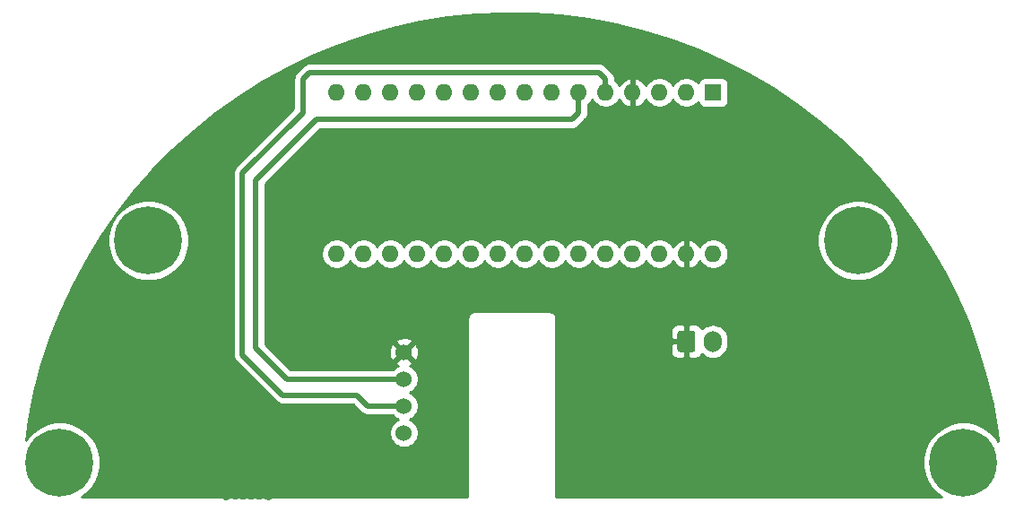
<source format=gbr>
%TF.GenerationSoftware,KiCad,Pcbnew,(5.1.9)-1*%
%TF.CreationDate,2021-03-10T13:01:27-03:00*%
%TF.ProjectId,pedal_board,70656461-6c5f-4626-9f61-72642e6b6963,rev?*%
%TF.SameCoordinates,Original*%
%TF.FileFunction,Copper,L1,Top*%
%TF.FilePolarity,Positive*%
%FSLAX46Y46*%
G04 Gerber Fmt 4.6, Leading zero omitted, Abs format (unit mm)*
G04 Created by KiCad (PCBNEW (5.1.9)-1) date 2021-03-10 13:01:27*
%MOMM*%
%LPD*%
G01*
G04 APERTURE LIST*
%TA.AperFunction,ComponentPad*%
%ADD10O,1.700000X2.000000*%
%TD*%
%TA.AperFunction,ComponentPad*%
%ADD11C,1.524000*%
%TD*%
%TA.AperFunction,ComponentPad*%
%ADD12R,1.600000X1.600000*%
%TD*%
%TA.AperFunction,ComponentPad*%
%ADD13O,1.600000X1.600000*%
%TD*%
%TA.AperFunction,ComponentPad*%
%ADD14C,6.400000*%
%TD*%
%TA.AperFunction,ComponentPad*%
%ADD15C,0.800000*%
%TD*%
%TA.AperFunction,Conductor*%
%ADD16C,0.500000*%
%TD*%
%TA.AperFunction,Conductor*%
%ADD17C,0.254000*%
%TD*%
%TA.AperFunction,Conductor*%
%ADD18C,0.100000*%
%TD*%
G04 APERTURE END LIST*
D10*
%TO.P,J2,2*%
%TO.N,/Vin*%
X206970000Y-90170000D03*
%TO.P,J2,1*%
%TO.N,GND*%
%TA.AperFunction,ComponentPad*%
G36*
G01*
X203620000Y-90920000D02*
X203620000Y-89420000D01*
G75*
G02*
X203870000Y-89170000I250000J0D01*
G01*
X205070000Y-89170000D01*
G75*
G02*
X205320000Y-89420000I0J-250000D01*
G01*
X205320000Y-90920000D01*
G75*
G02*
X205070000Y-91170000I-250000J0D01*
G01*
X203870000Y-91170000D01*
G75*
G02*
X203620000Y-90920000I0J250000D01*
G01*
G37*
%TD.AperFunction*%
%TD*%
D11*
%TO.P,J1,4*%
%TO.N,+5V*%
X177800000Y-98806000D03*
%TO.P,J1,3*%
%TO.N,/SCK*%
X177800000Y-96266000D03*
%TO.P,J1,2*%
%TO.N,/DT*%
X177800000Y-93726000D03*
%TO.P,J1,1*%
%TO.N,GND*%
X177800000Y-91186000D03*
%TD*%
D12*
%TO.P,A1,1*%
%TO.N,Net-(A1-Pad1)*%
X207010000Y-66675000D03*
D13*
%TO.P,A1,17*%
%TO.N,+3V3*%
X173990000Y-81915000D03*
%TO.P,A1,2*%
%TO.N,Net-(A1-Pad2)*%
X204470000Y-66675000D03*
%TO.P,A1,18*%
%TO.N,Net-(A1-Pad18)*%
X176530000Y-81915000D03*
%TO.P,A1,3*%
%TO.N,Net-(A1-Pad3)*%
X201930000Y-66675000D03*
%TO.P,A1,19*%
%TO.N,Net-(A1-Pad19)*%
X179070000Y-81915000D03*
%TO.P,A1,4*%
%TO.N,GND*%
X199390000Y-66675000D03*
%TO.P,A1,20*%
%TO.N,Net-(A1-Pad20)*%
X181610000Y-81915000D03*
%TO.P,A1,5*%
%TO.N,/SCK*%
X196850000Y-66675000D03*
%TO.P,A1,21*%
%TO.N,Net-(A1-Pad21)*%
X184150000Y-81915000D03*
%TO.P,A1,6*%
%TO.N,/DT*%
X194310000Y-66675000D03*
%TO.P,A1,22*%
%TO.N,Net-(A1-Pad22)*%
X186690000Y-81915000D03*
%TO.P,A1,7*%
%TO.N,Net-(A1-Pad7)*%
X191770000Y-66675000D03*
%TO.P,A1,23*%
%TO.N,Net-(A1-Pad23)*%
X189230000Y-81915000D03*
%TO.P,A1,8*%
%TO.N,Net-(A1-Pad8)*%
X189230000Y-66675000D03*
%TO.P,A1,24*%
%TO.N,Net-(A1-Pad24)*%
X191770000Y-81915000D03*
%TO.P,A1,9*%
%TO.N,Net-(A1-Pad9)*%
X186690000Y-66675000D03*
%TO.P,A1,25*%
%TO.N,Net-(A1-Pad25)*%
X194310000Y-81915000D03*
%TO.P,A1,10*%
%TO.N,Net-(A1-Pad10)*%
X184150000Y-66675000D03*
%TO.P,A1,26*%
%TO.N,Net-(A1-Pad26)*%
X196850000Y-81915000D03*
%TO.P,A1,11*%
%TO.N,Net-(A1-Pad11)*%
X181610000Y-66675000D03*
%TO.P,A1,27*%
%TO.N,+5V*%
X199390000Y-81915000D03*
%TO.P,A1,12*%
%TO.N,Net-(A1-Pad12)*%
X179070000Y-66675000D03*
%TO.P,A1,28*%
%TO.N,Net-(A1-Pad28)*%
X201930000Y-81915000D03*
%TO.P,A1,13*%
%TO.N,Net-(A1-Pad13)*%
X176530000Y-66675000D03*
%TO.P,A1,29*%
%TO.N,GND*%
X204470000Y-81915000D03*
%TO.P,A1,14*%
%TO.N,Net-(A1-Pad14)*%
X173990000Y-66675000D03*
%TO.P,A1,30*%
%TO.N,/Vin*%
X207010000Y-81915000D03*
%TO.P,A1,15*%
%TO.N,Net-(A1-Pad15)*%
X171450000Y-66675000D03*
%TO.P,A1,16*%
%TO.N,Net-(A1-Pad16)*%
X171450000Y-81915000D03*
%TD*%
D14*
%TO.P,H1,1*%
%TO.N,N/C*%
X153670000Y-80645000D03*
D15*
X156070000Y-80645000D03*
X155367056Y-82342056D03*
X153670000Y-83045000D03*
X151972944Y-82342056D03*
X151270000Y-80645000D03*
X151972944Y-78947944D03*
X153670000Y-78245000D03*
X155367056Y-78947944D03*
%TD*%
%TO.P,H2,1*%
%TO.N,N/C*%
X222367056Y-78947944D03*
X220670000Y-78245000D03*
X218972944Y-78947944D03*
X218270000Y-80645000D03*
X218972944Y-82342056D03*
X220670000Y-83045000D03*
X222367056Y-82342056D03*
X223070000Y-80645000D03*
D14*
X220670000Y-80645000D03*
%TD*%
%TO.P,H3,1*%
%TO.N,N/C*%
X230632000Y-101600000D03*
D15*
X233032000Y-101600000D03*
X232329056Y-103297056D03*
X230632000Y-104000000D03*
X228934944Y-103297056D03*
X228232000Y-101600000D03*
X228934944Y-99902944D03*
X230632000Y-99200000D03*
X232329056Y-99902944D03*
%TD*%
%TO.P,H4,1*%
%TO.N,N/C*%
X146985056Y-99902944D03*
X145288000Y-99200000D03*
X143590944Y-99902944D03*
X142888000Y-101600000D03*
X143590944Y-103297056D03*
X145288000Y-104000000D03*
X146985056Y-103297056D03*
X147688000Y-101600000D03*
D14*
X145288000Y-101600000D03*
%TD*%
D16*
%TO.N,/SCK*%
X174375000Y-96270000D02*
X177800000Y-96270000D01*
X173355000Y-95250000D02*
X174375000Y-96270000D01*
X166370000Y-95250000D02*
X173355000Y-95250000D01*
X162560000Y-91440000D02*
X166370000Y-95250000D01*
X168275000Y-68580000D02*
X162560000Y-74295000D01*
X168275000Y-65405000D02*
X168275000Y-68580000D01*
X168910000Y-64770000D02*
X168275000Y-65405000D01*
X196215000Y-64770000D02*
X168910000Y-64770000D01*
X196850000Y-65405000D02*
X196215000Y-64770000D01*
X162560000Y-74295000D02*
X162560000Y-91440000D01*
X196850000Y-66675000D02*
X196850000Y-65405000D01*
%TO.N,/DT*%
X194310000Y-68580000D02*
X194310000Y-66675000D01*
X193675000Y-69215000D02*
X194310000Y-68580000D01*
X169545000Y-69215000D02*
X193675000Y-69215000D01*
X163830000Y-74930000D02*
X169545000Y-69215000D01*
X163830000Y-90805000D02*
X163830000Y-74930000D01*
X166755000Y-93730000D02*
X163830000Y-90805000D01*
X177800000Y-93730000D02*
X166755000Y-93730000D01*
%TD*%
D17*
%TO.N,GND*%
X189939462Y-59225910D02*
X192599967Y-59414283D01*
X195245219Y-59755495D01*
X197866433Y-60248410D01*
X200454939Y-60891397D01*
X203002146Y-61682326D01*
X205499592Y-62618569D01*
X207939004Y-63697021D01*
X210312279Y-64914101D01*
X212611568Y-66265786D01*
X214829251Y-67747593D01*
X216957936Y-69354588D01*
X218990600Y-71081464D01*
X220920475Y-72922473D01*
X222741181Y-74871530D01*
X224446679Y-76922168D01*
X226031285Y-79067552D01*
X227489787Y-81300626D01*
X228817321Y-83613950D01*
X230009483Y-85999839D01*
X231062330Y-88450407D01*
X231972373Y-90957535D01*
X232736579Y-93512864D01*
X233352427Y-96107968D01*
X233817867Y-98734202D01*
X233923006Y-99622521D01*
X233610839Y-99155330D01*
X233076670Y-98621161D01*
X232448554Y-98201467D01*
X231750628Y-97912377D01*
X231009715Y-97765000D01*
X230254285Y-97765000D01*
X229513372Y-97912377D01*
X228815446Y-98201467D01*
X228187330Y-98621161D01*
X227653161Y-99155330D01*
X227233467Y-99783446D01*
X226944377Y-100481372D01*
X226797000Y-101222285D01*
X226797000Y-101977715D01*
X226944377Y-102718628D01*
X227233467Y-103416554D01*
X227653161Y-104044670D01*
X228187330Y-104578839D01*
X228540770Y-104815000D01*
X192185000Y-104815000D01*
X192185000Y-91170000D01*
X202981928Y-91170000D01*
X202994188Y-91294482D01*
X203030498Y-91414180D01*
X203089463Y-91524494D01*
X203168815Y-91621185D01*
X203265506Y-91700537D01*
X203375820Y-91759502D01*
X203495518Y-91795812D01*
X203620000Y-91808072D01*
X204184250Y-91805000D01*
X204343000Y-91646250D01*
X204343000Y-90297000D01*
X203143750Y-90297000D01*
X202985000Y-90455750D01*
X202981928Y-91170000D01*
X192185000Y-91170000D01*
X192185000Y-89170000D01*
X202981928Y-89170000D01*
X202985000Y-89884250D01*
X203143750Y-90043000D01*
X204343000Y-90043000D01*
X204343000Y-88693750D01*
X204597000Y-88693750D01*
X204597000Y-90043000D01*
X204617000Y-90043000D01*
X204617000Y-90297000D01*
X204597000Y-90297000D01*
X204597000Y-91646250D01*
X204755750Y-91805000D01*
X205320000Y-91808072D01*
X205444482Y-91795812D01*
X205564180Y-91759502D01*
X205674494Y-91700537D01*
X205771185Y-91621185D01*
X205850537Y-91524494D01*
X205909502Y-91414180D01*
X205920055Y-91379392D01*
X206140987Y-91560706D01*
X206398967Y-91698599D01*
X206678890Y-91783513D01*
X206970000Y-91812185D01*
X207261111Y-91783513D01*
X207541034Y-91698599D01*
X207799014Y-91560706D01*
X208025134Y-91375134D01*
X208210706Y-91149014D01*
X208348599Y-90891033D01*
X208433513Y-90611110D01*
X208455000Y-90392949D01*
X208455000Y-89947050D01*
X208433513Y-89728889D01*
X208348599Y-89448966D01*
X208210706Y-89190986D01*
X208025134Y-88964866D01*
X207799013Y-88779294D01*
X207541033Y-88641401D01*
X207261110Y-88556487D01*
X206970000Y-88527815D01*
X206678889Y-88556487D01*
X206398966Y-88641401D01*
X206140986Y-88779294D01*
X205920055Y-88960608D01*
X205909502Y-88925820D01*
X205850537Y-88815506D01*
X205771185Y-88718815D01*
X205674494Y-88639463D01*
X205564180Y-88580498D01*
X205444482Y-88544188D01*
X205320000Y-88531928D01*
X204755750Y-88535000D01*
X204597000Y-88693750D01*
X204343000Y-88693750D01*
X204184250Y-88535000D01*
X203620000Y-88531928D01*
X203495518Y-88544188D01*
X203375820Y-88580498D01*
X203265506Y-88639463D01*
X203168815Y-88718815D01*
X203089463Y-88815506D01*
X203030498Y-88925820D01*
X202994188Y-89045518D01*
X202981928Y-89170000D01*
X192185000Y-89170000D01*
X192185000Y-88033647D01*
X192188314Y-88000000D01*
X192175088Y-87865717D01*
X192135919Y-87736594D01*
X192072312Y-87617593D01*
X191986711Y-87513289D01*
X191882407Y-87427688D01*
X191763406Y-87364081D01*
X191634283Y-87324912D01*
X191533647Y-87315000D01*
X191500000Y-87311686D01*
X191466353Y-87315000D01*
X184533647Y-87315000D01*
X184500000Y-87311686D01*
X184466353Y-87315000D01*
X184365717Y-87324912D01*
X184236594Y-87364081D01*
X184117593Y-87427688D01*
X184013289Y-87513289D01*
X183927688Y-87617593D01*
X183864081Y-87736594D01*
X183824912Y-87865717D01*
X183811686Y-88000000D01*
X183815001Y-88033657D01*
X183815000Y-104815000D01*
X165691353Y-104815000D01*
X165657169Y-104818367D01*
X165644193Y-104818367D01*
X165634681Y-104819366D01*
X165440732Y-104841121D01*
X165380024Y-104854025D01*
X165319099Y-104866089D01*
X165309962Y-104868917D01*
X165123932Y-104927930D01*
X165066882Y-104952382D01*
X165009470Y-104976046D01*
X165001056Y-104980595D01*
X164967813Y-104998870D01*
X164918205Y-104965723D01*
X164757145Y-104899010D01*
X164586165Y-104865000D01*
X164411835Y-104865000D01*
X164240855Y-104899010D01*
X164118000Y-104949898D01*
X163995145Y-104899010D01*
X163824165Y-104865000D01*
X163649835Y-104865000D01*
X163478855Y-104899010D01*
X163350000Y-104952383D01*
X163221145Y-104899010D01*
X163050165Y-104865000D01*
X162875835Y-104865000D01*
X162704855Y-104899010D01*
X162588000Y-104947413D01*
X162471145Y-104899010D01*
X162300165Y-104865000D01*
X162125835Y-104865000D01*
X161954855Y-104899010D01*
X161838000Y-104947413D01*
X161721145Y-104899010D01*
X161550165Y-104865000D01*
X161375835Y-104865000D01*
X161204855Y-104899010D01*
X161043795Y-104965723D01*
X160988237Y-105002846D01*
X160927657Y-104970635D01*
X160870261Y-104946978D01*
X160813193Y-104922519D01*
X160804057Y-104919690D01*
X160617220Y-104863281D01*
X160556302Y-104851219D01*
X160495590Y-104838314D01*
X160486078Y-104837314D01*
X160291845Y-104818269D01*
X160291837Y-104818269D01*
X160258647Y-104815000D01*
X147379230Y-104815000D01*
X147732670Y-104578839D01*
X148266839Y-104044670D01*
X148686533Y-103416554D01*
X148975623Y-102718628D01*
X149123000Y-101977715D01*
X149123000Y-101222285D01*
X148975623Y-100481372D01*
X148686533Y-99783446D01*
X148266839Y-99155330D01*
X147732670Y-98621161D01*
X147104554Y-98201467D01*
X146406628Y-97912377D01*
X145665715Y-97765000D01*
X144910285Y-97765000D01*
X144169372Y-97912377D01*
X143471446Y-98201467D01*
X142843330Y-98621161D01*
X142309161Y-99155330D01*
X142093524Y-99478053D01*
X142374941Y-97537158D01*
X142908971Y-94923991D01*
X143592536Y-92345910D01*
X144423371Y-89811459D01*
X145398733Y-87329011D01*
X146515364Y-84906848D01*
X147769575Y-82552978D01*
X149157211Y-80275197D01*
X149162679Y-80267285D01*
X149835000Y-80267285D01*
X149835000Y-81022715D01*
X149982377Y-81763628D01*
X150271467Y-82461554D01*
X150691161Y-83089670D01*
X151225330Y-83623839D01*
X151853446Y-84043533D01*
X152551372Y-84332623D01*
X153292285Y-84480000D01*
X154047715Y-84480000D01*
X154788628Y-84332623D01*
X155486554Y-84043533D01*
X156114670Y-83623839D01*
X156648839Y-83089670D01*
X157068533Y-82461554D01*
X157357623Y-81763628D01*
X157505000Y-81022715D01*
X157505000Y-80267285D01*
X157357623Y-79526372D01*
X157068533Y-78828446D01*
X156648839Y-78200330D01*
X156114670Y-77666161D01*
X155486554Y-77246467D01*
X154788628Y-76957377D01*
X154047715Y-76810000D01*
X153292285Y-76810000D01*
X152551372Y-76957377D01*
X151853446Y-77246467D01*
X151225330Y-77666161D01*
X150691161Y-78200330D01*
X150271467Y-78828446D01*
X149982377Y-79526372D01*
X149835000Y-80267285D01*
X149162679Y-80267285D01*
X150673656Y-78081084D01*
X152313899Y-75977888D01*
X153789752Y-74295000D01*
X161670719Y-74295000D01*
X161675000Y-74338469D01*
X161675001Y-91396521D01*
X161670719Y-91440000D01*
X161687805Y-91613490D01*
X161738412Y-91780313D01*
X161820590Y-91934059D01*
X161903468Y-92035046D01*
X161903471Y-92035049D01*
X161931184Y-92068817D01*
X161964951Y-92096530D01*
X165713470Y-95845049D01*
X165741183Y-95878817D01*
X165774951Y-95906530D01*
X165774953Y-95906532D01*
X165875941Y-95989411D01*
X166029686Y-96071589D01*
X166196510Y-96122195D01*
X166326523Y-96135000D01*
X166326531Y-96135000D01*
X166370000Y-96139281D01*
X166413469Y-96135000D01*
X172988422Y-96135000D01*
X173718470Y-96865049D01*
X173746183Y-96898817D01*
X173779951Y-96926530D01*
X173779953Y-96926532D01*
X173794881Y-96938783D01*
X173880941Y-97009411D01*
X174034687Y-97091589D01*
X174201510Y-97142195D01*
X174331523Y-97155000D01*
X174331531Y-97155000D01*
X174375000Y-97159281D01*
X174418469Y-97155000D01*
X176713854Y-97155000D01*
X176714880Y-97156535D01*
X176909465Y-97351120D01*
X177138273Y-97504005D01*
X177215515Y-97536000D01*
X177138273Y-97567995D01*
X176909465Y-97720880D01*
X176714880Y-97915465D01*
X176561995Y-98144273D01*
X176456686Y-98398510D01*
X176403000Y-98668408D01*
X176403000Y-98943592D01*
X176456686Y-99213490D01*
X176561995Y-99467727D01*
X176714880Y-99696535D01*
X176909465Y-99891120D01*
X177138273Y-100044005D01*
X177392510Y-100149314D01*
X177662408Y-100203000D01*
X177937592Y-100203000D01*
X178207490Y-100149314D01*
X178461727Y-100044005D01*
X178690535Y-99891120D01*
X178885120Y-99696535D01*
X179038005Y-99467727D01*
X179143314Y-99213490D01*
X179197000Y-98943592D01*
X179197000Y-98668408D01*
X179143314Y-98398510D01*
X179038005Y-98144273D01*
X178885120Y-97915465D01*
X178690535Y-97720880D01*
X178461727Y-97567995D01*
X178384485Y-97536000D01*
X178461727Y-97504005D01*
X178690535Y-97351120D01*
X178885120Y-97156535D01*
X179038005Y-96927727D01*
X179143314Y-96673490D01*
X179197000Y-96403592D01*
X179197000Y-96128408D01*
X179143314Y-95858510D01*
X179038005Y-95604273D01*
X178885120Y-95375465D01*
X178690535Y-95180880D01*
X178461727Y-95027995D01*
X178384485Y-94996000D01*
X178461727Y-94964005D01*
X178690535Y-94811120D01*
X178885120Y-94616535D01*
X179038005Y-94387727D01*
X179143314Y-94133490D01*
X179197000Y-93863592D01*
X179197000Y-93588408D01*
X179143314Y-93318510D01*
X179038005Y-93064273D01*
X178885120Y-92835465D01*
X178690535Y-92640880D01*
X178461727Y-92487995D01*
X178390057Y-92458308D01*
X178403023Y-92453636D01*
X178518980Y-92391656D01*
X178585960Y-92151565D01*
X177800000Y-91365605D01*
X177014040Y-92151565D01*
X177081020Y-92391656D01*
X177216760Y-92455485D01*
X177138273Y-92487995D01*
X176909465Y-92640880D01*
X176714880Y-92835465D01*
X176708509Y-92845000D01*
X167121579Y-92845000D01*
X165534596Y-91258017D01*
X176398090Y-91258017D01*
X176439078Y-91530133D01*
X176532364Y-91789023D01*
X176594344Y-91904980D01*
X176834435Y-91971960D01*
X177620395Y-91186000D01*
X177979605Y-91186000D01*
X178765565Y-91971960D01*
X179005656Y-91904980D01*
X179122756Y-91655952D01*
X179189023Y-91388865D01*
X179201910Y-91113983D01*
X179160922Y-90841867D01*
X179067636Y-90582977D01*
X179005656Y-90467020D01*
X178765565Y-90400040D01*
X177979605Y-91186000D01*
X177620395Y-91186000D01*
X176834435Y-90400040D01*
X176594344Y-90467020D01*
X176477244Y-90716048D01*
X176410977Y-90983135D01*
X176398090Y-91258017D01*
X165534596Y-91258017D01*
X164715000Y-90438422D01*
X164715000Y-90220435D01*
X177014040Y-90220435D01*
X177800000Y-91006395D01*
X178585960Y-90220435D01*
X178518980Y-89980344D01*
X178269952Y-89863244D01*
X178002865Y-89796977D01*
X177727983Y-89784090D01*
X177455867Y-89825078D01*
X177196977Y-89918364D01*
X177081020Y-89980344D01*
X177014040Y-90220435D01*
X164715000Y-90220435D01*
X164715000Y-81773665D01*
X170015000Y-81773665D01*
X170015000Y-82056335D01*
X170070147Y-82333574D01*
X170178320Y-82594727D01*
X170335363Y-82829759D01*
X170535241Y-83029637D01*
X170770273Y-83186680D01*
X171031426Y-83294853D01*
X171308665Y-83350000D01*
X171591335Y-83350000D01*
X171868574Y-83294853D01*
X172129727Y-83186680D01*
X172364759Y-83029637D01*
X172564637Y-82829759D01*
X172720000Y-82597241D01*
X172875363Y-82829759D01*
X173075241Y-83029637D01*
X173310273Y-83186680D01*
X173571426Y-83294853D01*
X173848665Y-83350000D01*
X174131335Y-83350000D01*
X174408574Y-83294853D01*
X174669727Y-83186680D01*
X174904759Y-83029637D01*
X175104637Y-82829759D01*
X175260000Y-82597241D01*
X175415363Y-82829759D01*
X175615241Y-83029637D01*
X175850273Y-83186680D01*
X176111426Y-83294853D01*
X176388665Y-83350000D01*
X176671335Y-83350000D01*
X176948574Y-83294853D01*
X177209727Y-83186680D01*
X177444759Y-83029637D01*
X177644637Y-82829759D01*
X177800000Y-82597241D01*
X177955363Y-82829759D01*
X178155241Y-83029637D01*
X178390273Y-83186680D01*
X178651426Y-83294853D01*
X178928665Y-83350000D01*
X179211335Y-83350000D01*
X179488574Y-83294853D01*
X179749727Y-83186680D01*
X179984759Y-83029637D01*
X180184637Y-82829759D01*
X180340000Y-82597241D01*
X180495363Y-82829759D01*
X180695241Y-83029637D01*
X180930273Y-83186680D01*
X181191426Y-83294853D01*
X181468665Y-83350000D01*
X181751335Y-83350000D01*
X182028574Y-83294853D01*
X182289727Y-83186680D01*
X182524759Y-83029637D01*
X182724637Y-82829759D01*
X182880000Y-82597241D01*
X183035363Y-82829759D01*
X183235241Y-83029637D01*
X183470273Y-83186680D01*
X183731426Y-83294853D01*
X184008665Y-83350000D01*
X184291335Y-83350000D01*
X184568574Y-83294853D01*
X184829727Y-83186680D01*
X185064759Y-83029637D01*
X185264637Y-82829759D01*
X185420000Y-82597241D01*
X185575363Y-82829759D01*
X185775241Y-83029637D01*
X186010273Y-83186680D01*
X186271426Y-83294853D01*
X186548665Y-83350000D01*
X186831335Y-83350000D01*
X187108574Y-83294853D01*
X187369727Y-83186680D01*
X187604759Y-83029637D01*
X187804637Y-82829759D01*
X187960000Y-82597241D01*
X188115363Y-82829759D01*
X188315241Y-83029637D01*
X188550273Y-83186680D01*
X188811426Y-83294853D01*
X189088665Y-83350000D01*
X189371335Y-83350000D01*
X189648574Y-83294853D01*
X189909727Y-83186680D01*
X190144759Y-83029637D01*
X190344637Y-82829759D01*
X190500000Y-82597241D01*
X190655363Y-82829759D01*
X190855241Y-83029637D01*
X191090273Y-83186680D01*
X191351426Y-83294853D01*
X191628665Y-83350000D01*
X191911335Y-83350000D01*
X192188574Y-83294853D01*
X192449727Y-83186680D01*
X192684759Y-83029637D01*
X192884637Y-82829759D01*
X193040000Y-82597241D01*
X193195363Y-82829759D01*
X193395241Y-83029637D01*
X193630273Y-83186680D01*
X193891426Y-83294853D01*
X194168665Y-83350000D01*
X194451335Y-83350000D01*
X194728574Y-83294853D01*
X194989727Y-83186680D01*
X195224759Y-83029637D01*
X195424637Y-82829759D01*
X195580000Y-82597241D01*
X195735363Y-82829759D01*
X195935241Y-83029637D01*
X196170273Y-83186680D01*
X196431426Y-83294853D01*
X196708665Y-83350000D01*
X196991335Y-83350000D01*
X197268574Y-83294853D01*
X197529727Y-83186680D01*
X197764759Y-83029637D01*
X197964637Y-82829759D01*
X198120000Y-82597241D01*
X198275363Y-82829759D01*
X198475241Y-83029637D01*
X198710273Y-83186680D01*
X198971426Y-83294853D01*
X199248665Y-83350000D01*
X199531335Y-83350000D01*
X199808574Y-83294853D01*
X200069727Y-83186680D01*
X200304759Y-83029637D01*
X200504637Y-82829759D01*
X200660000Y-82597241D01*
X200815363Y-82829759D01*
X201015241Y-83029637D01*
X201250273Y-83186680D01*
X201511426Y-83294853D01*
X201788665Y-83350000D01*
X202071335Y-83350000D01*
X202348574Y-83294853D01*
X202609727Y-83186680D01*
X202844759Y-83029637D01*
X203044637Y-82829759D01*
X203201680Y-82594727D01*
X203206067Y-82584135D01*
X203317615Y-82770131D01*
X203506586Y-82978519D01*
X203732580Y-83146037D01*
X203986913Y-83266246D01*
X204120961Y-83306904D01*
X204343000Y-83184915D01*
X204343000Y-82042000D01*
X204323000Y-82042000D01*
X204323000Y-81788000D01*
X204343000Y-81788000D01*
X204343000Y-80645085D01*
X204597000Y-80645085D01*
X204597000Y-81788000D01*
X204617000Y-81788000D01*
X204617000Y-82042000D01*
X204597000Y-82042000D01*
X204597000Y-83184915D01*
X204819039Y-83306904D01*
X204953087Y-83266246D01*
X205207420Y-83146037D01*
X205433414Y-82978519D01*
X205622385Y-82770131D01*
X205733933Y-82584135D01*
X205738320Y-82594727D01*
X205895363Y-82829759D01*
X206095241Y-83029637D01*
X206330273Y-83186680D01*
X206591426Y-83294853D01*
X206868665Y-83350000D01*
X207151335Y-83350000D01*
X207428574Y-83294853D01*
X207689727Y-83186680D01*
X207924759Y-83029637D01*
X208124637Y-82829759D01*
X208281680Y-82594727D01*
X208389853Y-82333574D01*
X208445000Y-82056335D01*
X208445000Y-81773665D01*
X208389853Y-81496426D01*
X208281680Y-81235273D01*
X208124637Y-81000241D01*
X207924759Y-80800363D01*
X207689727Y-80643320D01*
X207428574Y-80535147D01*
X207151335Y-80480000D01*
X206868665Y-80480000D01*
X206591426Y-80535147D01*
X206330273Y-80643320D01*
X206095241Y-80800363D01*
X205895363Y-81000241D01*
X205738320Y-81235273D01*
X205733933Y-81245865D01*
X205622385Y-81059869D01*
X205433414Y-80851481D01*
X205207420Y-80683963D01*
X204953087Y-80563754D01*
X204819039Y-80523096D01*
X204597000Y-80645085D01*
X204343000Y-80645085D01*
X204120961Y-80523096D01*
X203986913Y-80563754D01*
X203732580Y-80683963D01*
X203506586Y-80851481D01*
X203317615Y-81059869D01*
X203206067Y-81245865D01*
X203201680Y-81235273D01*
X203044637Y-81000241D01*
X202844759Y-80800363D01*
X202609727Y-80643320D01*
X202348574Y-80535147D01*
X202071335Y-80480000D01*
X201788665Y-80480000D01*
X201511426Y-80535147D01*
X201250273Y-80643320D01*
X201015241Y-80800363D01*
X200815363Y-81000241D01*
X200660000Y-81232759D01*
X200504637Y-81000241D01*
X200304759Y-80800363D01*
X200069727Y-80643320D01*
X199808574Y-80535147D01*
X199531335Y-80480000D01*
X199248665Y-80480000D01*
X198971426Y-80535147D01*
X198710273Y-80643320D01*
X198475241Y-80800363D01*
X198275363Y-81000241D01*
X198120000Y-81232759D01*
X197964637Y-81000241D01*
X197764759Y-80800363D01*
X197529727Y-80643320D01*
X197268574Y-80535147D01*
X196991335Y-80480000D01*
X196708665Y-80480000D01*
X196431426Y-80535147D01*
X196170273Y-80643320D01*
X195935241Y-80800363D01*
X195735363Y-81000241D01*
X195580000Y-81232759D01*
X195424637Y-81000241D01*
X195224759Y-80800363D01*
X194989727Y-80643320D01*
X194728574Y-80535147D01*
X194451335Y-80480000D01*
X194168665Y-80480000D01*
X193891426Y-80535147D01*
X193630273Y-80643320D01*
X193395241Y-80800363D01*
X193195363Y-81000241D01*
X193040000Y-81232759D01*
X192884637Y-81000241D01*
X192684759Y-80800363D01*
X192449727Y-80643320D01*
X192188574Y-80535147D01*
X191911335Y-80480000D01*
X191628665Y-80480000D01*
X191351426Y-80535147D01*
X191090273Y-80643320D01*
X190855241Y-80800363D01*
X190655363Y-81000241D01*
X190500000Y-81232759D01*
X190344637Y-81000241D01*
X190144759Y-80800363D01*
X189909727Y-80643320D01*
X189648574Y-80535147D01*
X189371335Y-80480000D01*
X189088665Y-80480000D01*
X188811426Y-80535147D01*
X188550273Y-80643320D01*
X188315241Y-80800363D01*
X188115363Y-81000241D01*
X187960000Y-81232759D01*
X187804637Y-81000241D01*
X187604759Y-80800363D01*
X187369727Y-80643320D01*
X187108574Y-80535147D01*
X186831335Y-80480000D01*
X186548665Y-80480000D01*
X186271426Y-80535147D01*
X186010273Y-80643320D01*
X185775241Y-80800363D01*
X185575363Y-81000241D01*
X185420000Y-81232759D01*
X185264637Y-81000241D01*
X185064759Y-80800363D01*
X184829727Y-80643320D01*
X184568574Y-80535147D01*
X184291335Y-80480000D01*
X184008665Y-80480000D01*
X183731426Y-80535147D01*
X183470273Y-80643320D01*
X183235241Y-80800363D01*
X183035363Y-81000241D01*
X182880000Y-81232759D01*
X182724637Y-81000241D01*
X182524759Y-80800363D01*
X182289727Y-80643320D01*
X182028574Y-80535147D01*
X181751335Y-80480000D01*
X181468665Y-80480000D01*
X181191426Y-80535147D01*
X180930273Y-80643320D01*
X180695241Y-80800363D01*
X180495363Y-81000241D01*
X180340000Y-81232759D01*
X180184637Y-81000241D01*
X179984759Y-80800363D01*
X179749727Y-80643320D01*
X179488574Y-80535147D01*
X179211335Y-80480000D01*
X178928665Y-80480000D01*
X178651426Y-80535147D01*
X178390273Y-80643320D01*
X178155241Y-80800363D01*
X177955363Y-81000241D01*
X177800000Y-81232759D01*
X177644637Y-81000241D01*
X177444759Y-80800363D01*
X177209727Y-80643320D01*
X176948574Y-80535147D01*
X176671335Y-80480000D01*
X176388665Y-80480000D01*
X176111426Y-80535147D01*
X175850273Y-80643320D01*
X175615241Y-80800363D01*
X175415363Y-81000241D01*
X175260000Y-81232759D01*
X175104637Y-81000241D01*
X174904759Y-80800363D01*
X174669727Y-80643320D01*
X174408574Y-80535147D01*
X174131335Y-80480000D01*
X173848665Y-80480000D01*
X173571426Y-80535147D01*
X173310273Y-80643320D01*
X173075241Y-80800363D01*
X172875363Y-81000241D01*
X172720000Y-81232759D01*
X172564637Y-81000241D01*
X172364759Y-80800363D01*
X172129727Y-80643320D01*
X171868574Y-80535147D01*
X171591335Y-80480000D01*
X171308665Y-80480000D01*
X171031426Y-80535147D01*
X170770273Y-80643320D01*
X170535241Y-80800363D01*
X170335363Y-81000241D01*
X170178320Y-81235273D01*
X170070147Y-81496426D01*
X170015000Y-81773665D01*
X164715000Y-81773665D01*
X164715000Y-80267285D01*
X216835000Y-80267285D01*
X216835000Y-81022715D01*
X216982377Y-81763628D01*
X217271467Y-82461554D01*
X217691161Y-83089670D01*
X218225330Y-83623839D01*
X218853446Y-84043533D01*
X219551372Y-84332623D01*
X220292285Y-84480000D01*
X221047715Y-84480000D01*
X221788628Y-84332623D01*
X222486554Y-84043533D01*
X223114670Y-83623839D01*
X223648839Y-83089670D01*
X224068533Y-82461554D01*
X224357623Y-81763628D01*
X224505000Y-81022715D01*
X224505000Y-80267285D01*
X224357623Y-79526372D01*
X224068533Y-78828446D01*
X223648839Y-78200330D01*
X223114670Y-77666161D01*
X222486554Y-77246467D01*
X221788628Y-76957377D01*
X221047715Y-76810000D01*
X220292285Y-76810000D01*
X219551372Y-76957377D01*
X218853446Y-77246467D01*
X218225330Y-77666161D01*
X217691161Y-78200330D01*
X217271467Y-78828446D01*
X216982377Y-79526372D01*
X216835000Y-80267285D01*
X164715000Y-80267285D01*
X164715000Y-75296578D01*
X169911579Y-70100000D01*
X193631531Y-70100000D01*
X193675000Y-70104281D01*
X193718469Y-70100000D01*
X193718477Y-70100000D01*
X193848490Y-70087195D01*
X194015313Y-70036589D01*
X194169059Y-69954411D01*
X194303817Y-69843817D01*
X194331534Y-69810044D01*
X194905050Y-69236529D01*
X194938817Y-69208817D01*
X194970345Y-69170401D01*
X195049411Y-69074059D01*
X195131589Y-68920314D01*
X195182195Y-68753490D01*
X195183585Y-68739378D01*
X195195000Y-68623477D01*
X195195000Y-68623469D01*
X195199281Y-68580000D01*
X195195000Y-68536531D01*
X195195000Y-67809521D01*
X195224759Y-67789637D01*
X195424637Y-67589759D01*
X195580000Y-67357241D01*
X195735363Y-67589759D01*
X195935241Y-67789637D01*
X196170273Y-67946680D01*
X196431426Y-68054853D01*
X196708665Y-68110000D01*
X196991335Y-68110000D01*
X197268574Y-68054853D01*
X197529727Y-67946680D01*
X197764759Y-67789637D01*
X197964637Y-67589759D01*
X198121680Y-67354727D01*
X198126067Y-67344135D01*
X198237615Y-67530131D01*
X198426586Y-67738519D01*
X198652580Y-67906037D01*
X198906913Y-68026246D01*
X199040961Y-68066904D01*
X199263000Y-67944915D01*
X199263000Y-66802000D01*
X199243000Y-66802000D01*
X199243000Y-66548000D01*
X199263000Y-66548000D01*
X199263000Y-65405085D01*
X199517000Y-65405085D01*
X199517000Y-66548000D01*
X199537000Y-66548000D01*
X199537000Y-66802000D01*
X199517000Y-66802000D01*
X199517000Y-67944915D01*
X199739039Y-68066904D01*
X199873087Y-68026246D01*
X200127420Y-67906037D01*
X200353414Y-67738519D01*
X200542385Y-67530131D01*
X200653933Y-67344135D01*
X200658320Y-67354727D01*
X200815363Y-67589759D01*
X201015241Y-67789637D01*
X201250273Y-67946680D01*
X201511426Y-68054853D01*
X201788665Y-68110000D01*
X202071335Y-68110000D01*
X202348574Y-68054853D01*
X202609727Y-67946680D01*
X202844759Y-67789637D01*
X203044637Y-67589759D01*
X203200000Y-67357241D01*
X203355363Y-67589759D01*
X203555241Y-67789637D01*
X203790273Y-67946680D01*
X204051426Y-68054853D01*
X204328665Y-68110000D01*
X204611335Y-68110000D01*
X204888574Y-68054853D01*
X205149727Y-67946680D01*
X205384759Y-67789637D01*
X205583357Y-67591039D01*
X205584188Y-67599482D01*
X205620498Y-67719180D01*
X205679463Y-67829494D01*
X205758815Y-67926185D01*
X205855506Y-68005537D01*
X205965820Y-68064502D01*
X206085518Y-68100812D01*
X206210000Y-68113072D01*
X207810000Y-68113072D01*
X207934482Y-68100812D01*
X208054180Y-68064502D01*
X208164494Y-68005537D01*
X208261185Y-67926185D01*
X208340537Y-67829494D01*
X208399502Y-67719180D01*
X208435812Y-67599482D01*
X208448072Y-67475000D01*
X208448072Y-65875000D01*
X208435812Y-65750518D01*
X208399502Y-65630820D01*
X208340537Y-65520506D01*
X208261185Y-65423815D01*
X208164494Y-65344463D01*
X208054180Y-65285498D01*
X207934482Y-65249188D01*
X207810000Y-65236928D01*
X206210000Y-65236928D01*
X206085518Y-65249188D01*
X205965820Y-65285498D01*
X205855506Y-65344463D01*
X205758815Y-65423815D01*
X205679463Y-65520506D01*
X205620498Y-65630820D01*
X205584188Y-65750518D01*
X205583357Y-65758961D01*
X205384759Y-65560363D01*
X205149727Y-65403320D01*
X204888574Y-65295147D01*
X204611335Y-65240000D01*
X204328665Y-65240000D01*
X204051426Y-65295147D01*
X203790273Y-65403320D01*
X203555241Y-65560363D01*
X203355363Y-65760241D01*
X203200000Y-65992759D01*
X203044637Y-65760241D01*
X202844759Y-65560363D01*
X202609727Y-65403320D01*
X202348574Y-65295147D01*
X202071335Y-65240000D01*
X201788665Y-65240000D01*
X201511426Y-65295147D01*
X201250273Y-65403320D01*
X201015241Y-65560363D01*
X200815363Y-65760241D01*
X200658320Y-65995273D01*
X200653933Y-66005865D01*
X200542385Y-65819869D01*
X200353414Y-65611481D01*
X200127420Y-65443963D01*
X199873087Y-65323754D01*
X199739039Y-65283096D01*
X199517000Y-65405085D01*
X199263000Y-65405085D01*
X199040961Y-65283096D01*
X198906913Y-65323754D01*
X198652580Y-65443963D01*
X198426586Y-65611481D01*
X198237615Y-65819869D01*
X198126067Y-66005865D01*
X198121680Y-65995273D01*
X197964637Y-65760241D01*
X197764759Y-65560363D01*
X197735000Y-65540479D01*
X197735000Y-65448469D01*
X197739281Y-65405000D01*
X197735000Y-65361531D01*
X197735000Y-65361523D01*
X197722195Y-65231510D01*
X197674944Y-65075747D01*
X197671589Y-65064686D01*
X197589411Y-64910941D01*
X197506532Y-64809953D01*
X197506530Y-64809951D01*
X197478817Y-64776183D01*
X197445049Y-64748470D01*
X196871534Y-64174956D01*
X196843817Y-64141183D01*
X196709059Y-64030589D01*
X196555313Y-63948411D01*
X196388490Y-63897805D01*
X196258477Y-63885000D01*
X196258469Y-63885000D01*
X196215000Y-63880719D01*
X196171531Y-63885000D01*
X168953469Y-63885000D01*
X168910000Y-63880719D01*
X168866531Y-63885000D01*
X168866523Y-63885000D01*
X168736510Y-63897805D01*
X168569686Y-63948411D01*
X168415941Y-64030589D01*
X168314953Y-64113468D01*
X168314951Y-64113470D01*
X168281183Y-64141183D01*
X168253470Y-64174951D01*
X167679956Y-64748466D01*
X167646183Y-64776183D01*
X167535589Y-64910942D01*
X167453411Y-65064688D01*
X167419214Y-65177418D01*
X167406090Y-65220683D01*
X167402805Y-65231511D01*
X167390000Y-65361524D01*
X167390000Y-65361531D01*
X167385719Y-65405000D01*
X167390000Y-65448469D01*
X167390001Y-68213420D01*
X161964956Y-73638466D01*
X161931183Y-73666183D01*
X161820589Y-73800942D01*
X161738411Y-73954688D01*
X161687805Y-74121511D01*
X161675000Y-74251524D01*
X161675000Y-74251531D01*
X161670719Y-74295000D01*
X153789752Y-74295000D01*
X154072486Y-73972604D01*
X155943591Y-72071875D01*
X157920998Y-70282015D01*
X159998171Y-68608939D01*
X162168190Y-67058220D01*
X164423896Y-65634975D01*
X166757773Y-64343947D01*
X169162110Y-63189401D01*
X171628929Y-62175170D01*
X174150000Y-61304634D01*
X176717044Y-60580652D01*
X179321487Y-60005645D01*
X181954718Y-59581514D01*
X184607996Y-59309664D01*
X187272530Y-59190997D01*
X189939462Y-59225910D01*
%TA.AperFunction,Conductor*%
D18*
G36*
X189939462Y-59225910D02*
G01*
X192599967Y-59414283D01*
X195245219Y-59755495D01*
X197866433Y-60248410D01*
X200454939Y-60891397D01*
X203002146Y-61682326D01*
X205499592Y-62618569D01*
X207939004Y-63697021D01*
X210312279Y-64914101D01*
X212611568Y-66265786D01*
X214829251Y-67747593D01*
X216957936Y-69354588D01*
X218990600Y-71081464D01*
X220920475Y-72922473D01*
X222741181Y-74871530D01*
X224446679Y-76922168D01*
X226031285Y-79067552D01*
X227489787Y-81300626D01*
X228817321Y-83613950D01*
X230009483Y-85999839D01*
X231062330Y-88450407D01*
X231972373Y-90957535D01*
X232736579Y-93512864D01*
X233352427Y-96107968D01*
X233817867Y-98734202D01*
X233923006Y-99622521D01*
X233610839Y-99155330D01*
X233076670Y-98621161D01*
X232448554Y-98201467D01*
X231750628Y-97912377D01*
X231009715Y-97765000D01*
X230254285Y-97765000D01*
X229513372Y-97912377D01*
X228815446Y-98201467D01*
X228187330Y-98621161D01*
X227653161Y-99155330D01*
X227233467Y-99783446D01*
X226944377Y-100481372D01*
X226797000Y-101222285D01*
X226797000Y-101977715D01*
X226944377Y-102718628D01*
X227233467Y-103416554D01*
X227653161Y-104044670D01*
X228187330Y-104578839D01*
X228540770Y-104815000D01*
X192185000Y-104815000D01*
X192185000Y-91170000D01*
X202981928Y-91170000D01*
X202994188Y-91294482D01*
X203030498Y-91414180D01*
X203089463Y-91524494D01*
X203168815Y-91621185D01*
X203265506Y-91700537D01*
X203375820Y-91759502D01*
X203495518Y-91795812D01*
X203620000Y-91808072D01*
X204184250Y-91805000D01*
X204343000Y-91646250D01*
X204343000Y-90297000D01*
X203143750Y-90297000D01*
X202985000Y-90455750D01*
X202981928Y-91170000D01*
X192185000Y-91170000D01*
X192185000Y-89170000D01*
X202981928Y-89170000D01*
X202985000Y-89884250D01*
X203143750Y-90043000D01*
X204343000Y-90043000D01*
X204343000Y-88693750D01*
X204597000Y-88693750D01*
X204597000Y-90043000D01*
X204617000Y-90043000D01*
X204617000Y-90297000D01*
X204597000Y-90297000D01*
X204597000Y-91646250D01*
X204755750Y-91805000D01*
X205320000Y-91808072D01*
X205444482Y-91795812D01*
X205564180Y-91759502D01*
X205674494Y-91700537D01*
X205771185Y-91621185D01*
X205850537Y-91524494D01*
X205909502Y-91414180D01*
X205920055Y-91379392D01*
X206140987Y-91560706D01*
X206398967Y-91698599D01*
X206678890Y-91783513D01*
X206970000Y-91812185D01*
X207261111Y-91783513D01*
X207541034Y-91698599D01*
X207799014Y-91560706D01*
X208025134Y-91375134D01*
X208210706Y-91149014D01*
X208348599Y-90891033D01*
X208433513Y-90611110D01*
X208455000Y-90392949D01*
X208455000Y-89947050D01*
X208433513Y-89728889D01*
X208348599Y-89448966D01*
X208210706Y-89190986D01*
X208025134Y-88964866D01*
X207799013Y-88779294D01*
X207541033Y-88641401D01*
X207261110Y-88556487D01*
X206970000Y-88527815D01*
X206678889Y-88556487D01*
X206398966Y-88641401D01*
X206140986Y-88779294D01*
X205920055Y-88960608D01*
X205909502Y-88925820D01*
X205850537Y-88815506D01*
X205771185Y-88718815D01*
X205674494Y-88639463D01*
X205564180Y-88580498D01*
X205444482Y-88544188D01*
X205320000Y-88531928D01*
X204755750Y-88535000D01*
X204597000Y-88693750D01*
X204343000Y-88693750D01*
X204184250Y-88535000D01*
X203620000Y-88531928D01*
X203495518Y-88544188D01*
X203375820Y-88580498D01*
X203265506Y-88639463D01*
X203168815Y-88718815D01*
X203089463Y-88815506D01*
X203030498Y-88925820D01*
X202994188Y-89045518D01*
X202981928Y-89170000D01*
X192185000Y-89170000D01*
X192185000Y-88033647D01*
X192188314Y-88000000D01*
X192175088Y-87865717D01*
X192135919Y-87736594D01*
X192072312Y-87617593D01*
X191986711Y-87513289D01*
X191882407Y-87427688D01*
X191763406Y-87364081D01*
X191634283Y-87324912D01*
X191533647Y-87315000D01*
X191500000Y-87311686D01*
X191466353Y-87315000D01*
X184533647Y-87315000D01*
X184500000Y-87311686D01*
X184466353Y-87315000D01*
X184365717Y-87324912D01*
X184236594Y-87364081D01*
X184117593Y-87427688D01*
X184013289Y-87513289D01*
X183927688Y-87617593D01*
X183864081Y-87736594D01*
X183824912Y-87865717D01*
X183811686Y-88000000D01*
X183815001Y-88033657D01*
X183815000Y-104815000D01*
X165691353Y-104815000D01*
X165657169Y-104818367D01*
X165644193Y-104818367D01*
X165634681Y-104819366D01*
X165440732Y-104841121D01*
X165380024Y-104854025D01*
X165319099Y-104866089D01*
X165309962Y-104868917D01*
X165123932Y-104927930D01*
X165066882Y-104952382D01*
X165009470Y-104976046D01*
X165001056Y-104980595D01*
X164967813Y-104998870D01*
X164918205Y-104965723D01*
X164757145Y-104899010D01*
X164586165Y-104865000D01*
X164411835Y-104865000D01*
X164240855Y-104899010D01*
X164118000Y-104949898D01*
X163995145Y-104899010D01*
X163824165Y-104865000D01*
X163649835Y-104865000D01*
X163478855Y-104899010D01*
X163350000Y-104952383D01*
X163221145Y-104899010D01*
X163050165Y-104865000D01*
X162875835Y-104865000D01*
X162704855Y-104899010D01*
X162588000Y-104947413D01*
X162471145Y-104899010D01*
X162300165Y-104865000D01*
X162125835Y-104865000D01*
X161954855Y-104899010D01*
X161838000Y-104947413D01*
X161721145Y-104899010D01*
X161550165Y-104865000D01*
X161375835Y-104865000D01*
X161204855Y-104899010D01*
X161043795Y-104965723D01*
X160988237Y-105002846D01*
X160927657Y-104970635D01*
X160870261Y-104946978D01*
X160813193Y-104922519D01*
X160804057Y-104919690D01*
X160617220Y-104863281D01*
X160556302Y-104851219D01*
X160495590Y-104838314D01*
X160486078Y-104837314D01*
X160291845Y-104818269D01*
X160291837Y-104818269D01*
X160258647Y-104815000D01*
X147379230Y-104815000D01*
X147732670Y-104578839D01*
X148266839Y-104044670D01*
X148686533Y-103416554D01*
X148975623Y-102718628D01*
X149123000Y-101977715D01*
X149123000Y-101222285D01*
X148975623Y-100481372D01*
X148686533Y-99783446D01*
X148266839Y-99155330D01*
X147732670Y-98621161D01*
X147104554Y-98201467D01*
X146406628Y-97912377D01*
X145665715Y-97765000D01*
X144910285Y-97765000D01*
X144169372Y-97912377D01*
X143471446Y-98201467D01*
X142843330Y-98621161D01*
X142309161Y-99155330D01*
X142093524Y-99478053D01*
X142374941Y-97537158D01*
X142908971Y-94923991D01*
X143592536Y-92345910D01*
X144423371Y-89811459D01*
X145398733Y-87329011D01*
X146515364Y-84906848D01*
X147769575Y-82552978D01*
X149157211Y-80275197D01*
X149162679Y-80267285D01*
X149835000Y-80267285D01*
X149835000Y-81022715D01*
X149982377Y-81763628D01*
X150271467Y-82461554D01*
X150691161Y-83089670D01*
X151225330Y-83623839D01*
X151853446Y-84043533D01*
X152551372Y-84332623D01*
X153292285Y-84480000D01*
X154047715Y-84480000D01*
X154788628Y-84332623D01*
X155486554Y-84043533D01*
X156114670Y-83623839D01*
X156648839Y-83089670D01*
X157068533Y-82461554D01*
X157357623Y-81763628D01*
X157505000Y-81022715D01*
X157505000Y-80267285D01*
X157357623Y-79526372D01*
X157068533Y-78828446D01*
X156648839Y-78200330D01*
X156114670Y-77666161D01*
X155486554Y-77246467D01*
X154788628Y-76957377D01*
X154047715Y-76810000D01*
X153292285Y-76810000D01*
X152551372Y-76957377D01*
X151853446Y-77246467D01*
X151225330Y-77666161D01*
X150691161Y-78200330D01*
X150271467Y-78828446D01*
X149982377Y-79526372D01*
X149835000Y-80267285D01*
X149162679Y-80267285D01*
X150673656Y-78081084D01*
X152313899Y-75977888D01*
X153789752Y-74295000D01*
X161670719Y-74295000D01*
X161675000Y-74338469D01*
X161675001Y-91396521D01*
X161670719Y-91440000D01*
X161687805Y-91613490D01*
X161738412Y-91780313D01*
X161820590Y-91934059D01*
X161903468Y-92035046D01*
X161903471Y-92035049D01*
X161931184Y-92068817D01*
X161964951Y-92096530D01*
X165713470Y-95845049D01*
X165741183Y-95878817D01*
X165774951Y-95906530D01*
X165774953Y-95906532D01*
X165875941Y-95989411D01*
X166029686Y-96071589D01*
X166196510Y-96122195D01*
X166326523Y-96135000D01*
X166326531Y-96135000D01*
X166370000Y-96139281D01*
X166413469Y-96135000D01*
X172988422Y-96135000D01*
X173718470Y-96865049D01*
X173746183Y-96898817D01*
X173779951Y-96926530D01*
X173779953Y-96926532D01*
X173794881Y-96938783D01*
X173880941Y-97009411D01*
X174034687Y-97091589D01*
X174201510Y-97142195D01*
X174331523Y-97155000D01*
X174331531Y-97155000D01*
X174375000Y-97159281D01*
X174418469Y-97155000D01*
X176713854Y-97155000D01*
X176714880Y-97156535D01*
X176909465Y-97351120D01*
X177138273Y-97504005D01*
X177215515Y-97536000D01*
X177138273Y-97567995D01*
X176909465Y-97720880D01*
X176714880Y-97915465D01*
X176561995Y-98144273D01*
X176456686Y-98398510D01*
X176403000Y-98668408D01*
X176403000Y-98943592D01*
X176456686Y-99213490D01*
X176561995Y-99467727D01*
X176714880Y-99696535D01*
X176909465Y-99891120D01*
X177138273Y-100044005D01*
X177392510Y-100149314D01*
X177662408Y-100203000D01*
X177937592Y-100203000D01*
X178207490Y-100149314D01*
X178461727Y-100044005D01*
X178690535Y-99891120D01*
X178885120Y-99696535D01*
X179038005Y-99467727D01*
X179143314Y-99213490D01*
X179197000Y-98943592D01*
X179197000Y-98668408D01*
X179143314Y-98398510D01*
X179038005Y-98144273D01*
X178885120Y-97915465D01*
X178690535Y-97720880D01*
X178461727Y-97567995D01*
X178384485Y-97536000D01*
X178461727Y-97504005D01*
X178690535Y-97351120D01*
X178885120Y-97156535D01*
X179038005Y-96927727D01*
X179143314Y-96673490D01*
X179197000Y-96403592D01*
X179197000Y-96128408D01*
X179143314Y-95858510D01*
X179038005Y-95604273D01*
X178885120Y-95375465D01*
X178690535Y-95180880D01*
X178461727Y-95027995D01*
X178384485Y-94996000D01*
X178461727Y-94964005D01*
X178690535Y-94811120D01*
X178885120Y-94616535D01*
X179038005Y-94387727D01*
X179143314Y-94133490D01*
X179197000Y-93863592D01*
X179197000Y-93588408D01*
X179143314Y-93318510D01*
X179038005Y-93064273D01*
X178885120Y-92835465D01*
X178690535Y-92640880D01*
X178461727Y-92487995D01*
X178390057Y-92458308D01*
X178403023Y-92453636D01*
X178518980Y-92391656D01*
X178585960Y-92151565D01*
X177800000Y-91365605D01*
X177014040Y-92151565D01*
X177081020Y-92391656D01*
X177216760Y-92455485D01*
X177138273Y-92487995D01*
X176909465Y-92640880D01*
X176714880Y-92835465D01*
X176708509Y-92845000D01*
X167121579Y-92845000D01*
X165534596Y-91258017D01*
X176398090Y-91258017D01*
X176439078Y-91530133D01*
X176532364Y-91789023D01*
X176594344Y-91904980D01*
X176834435Y-91971960D01*
X177620395Y-91186000D01*
X177979605Y-91186000D01*
X178765565Y-91971960D01*
X179005656Y-91904980D01*
X179122756Y-91655952D01*
X179189023Y-91388865D01*
X179201910Y-91113983D01*
X179160922Y-90841867D01*
X179067636Y-90582977D01*
X179005656Y-90467020D01*
X178765565Y-90400040D01*
X177979605Y-91186000D01*
X177620395Y-91186000D01*
X176834435Y-90400040D01*
X176594344Y-90467020D01*
X176477244Y-90716048D01*
X176410977Y-90983135D01*
X176398090Y-91258017D01*
X165534596Y-91258017D01*
X164715000Y-90438422D01*
X164715000Y-90220435D01*
X177014040Y-90220435D01*
X177800000Y-91006395D01*
X178585960Y-90220435D01*
X178518980Y-89980344D01*
X178269952Y-89863244D01*
X178002865Y-89796977D01*
X177727983Y-89784090D01*
X177455867Y-89825078D01*
X177196977Y-89918364D01*
X177081020Y-89980344D01*
X177014040Y-90220435D01*
X164715000Y-90220435D01*
X164715000Y-81773665D01*
X170015000Y-81773665D01*
X170015000Y-82056335D01*
X170070147Y-82333574D01*
X170178320Y-82594727D01*
X170335363Y-82829759D01*
X170535241Y-83029637D01*
X170770273Y-83186680D01*
X171031426Y-83294853D01*
X171308665Y-83350000D01*
X171591335Y-83350000D01*
X171868574Y-83294853D01*
X172129727Y-83186680D01*
X172364759Y-83029637D01*
X172564637Y-82829759D01*
X172720000Y-82597241D01*
X172875363Y-82829759D01*
X173075241Y-83029637D01*
X173310273Y-83186680D01*
X173571426Y-83294853D01*
X173848665Y-83350000D01*
X174131335Y-83350000D01*
X174408574Y-83294853D01*
X174669727Y-83186680D01*
X174904759Y-83029637D01*
X175104637Y-82829759D01*
X175260000Y-82597241D01*
X175415363Y-82829759D01*
X175615241Y-83029637D01*
X175850273Y-83186680D01*
X176111426Y-83294853D01*
X176388665Y-83350000D01*
X176671335Y-83350000D01*
X176948574Y-83294853D01*
X177209727Y-83186680D01*
X177444759Y-83029637D01*
X177644637Y-82829759D01*
X177800000Y-82597241D01*
X177955363Y-82829759D01*
X178155241Y-83029637D01*
X178390273Y-83186680D01*
X178651426Y-83294853D01*
X178928665Y-83350000D01*
X179211335Y-83350000D01*
X179488574Y-83294853D01*
X179749727Y-83186680D01*
X179984759Y-83029637D01*
X180184637Y-82829759D01*
X180340000Y-82597241D01*
X180495363Y-82829759D01*
X180695241Y-83029637D01*
X180930273Y-83186680D01*
X181191426Y-83294853D01*
X181468665Y-83350000D01*
X181751335Y-83350000D01*
X182028574Y-83294853D01*
X182289727Y-83186680D01*
X182524759Y-83029637D01*
X182724637Y-82829759D01*
X182880000Y-82597241D01*
X183035363Y-82829759D01*
X183235241Y-83029637D01*
X183470273Y-83186680D01*
X183731426Y-83294853D01*
X184008665Y-83350000D01*
X184291335Y-83350000D01*
X184568574Y-83294853D01*
X184829727Y-83186680D01*
X185064759Y-83029637D01*
X185264637Y-82829759D01*
X185420000Y-82597241D01*
X185575363Y-82829759D01*
X185775241Y-83029637D01*
X186010273Y-83186680D01*
X186271426Y-83294853D01*
X186548665Y-83350000D01*
X186831335Y-83350000D01*
X187108574Y-83294853D01*
X187369727Y-83186680D01*
X187604759Y-83029637D01*
X187804637Y-82829759D01*
X187960000Y-82597241D01*
X188115363Y-82829759D01*
X188315241Y-83029637D01*
X188550273Y-83186680D01*
X188811426Y-83294853D01*
X189088665Y-83350000D01*
X189371335Y-83350000D01*
X189648574Y-83294853D01*
X189909727Y-83186680D01*
X190144759Y-83029637D01*
X190344637Y-82829759D01*
X190500000Y-82597241D01*
X190655363Y-82829759D01*
X190855241Y-83029637D01*
X191090273Y-83186680D01*
X191351426Y-83294853D01*
X191628665Y-83350000D01*
X191911335Y-83350000D01*
X192188574Y-83294853D01*
X192449727Y-83186680D01*
X192684759Y-83029637D01*
X192884637Y-82829759D01*
X193040000Y-82597241D01*
X193195363Y-82829759D01*
X193395241Y-83029637D01*
X193630273Y-83186680D01*
X193891426Y-83294853D01*
X194168665Y-83350000D01*
X194451335Y-83350000D01*
X194728574Y-83294853D01*
X194989727Y-83186680D01*
X195224759Y-83029637D01*
X195424637Y-82829759D01*
X195580000Y-82597241D01*
X195735363Y-82829759D01*
X195935241Y-83029637D01*
X196170273Y-83186680D01*
X196431426Y-83294853D01*
X196708665Y-83350000D01*
X196991335Y-83350000D01*
X197268574Y-83294853D01*
X197529727Y-83186680D01*
X197764759Y-83029637D01*
X197964637Y-82829759D01*
X198120000Y-82597241D01*
X198275363Y-82829759D01*
X198475241Y-83029637D01*
X198710273Y-83186680D01*
X198971426Y-83294853D01*
X199248665Y-83350000D01*
X199531335Y-83350000D01*
X199808574Y-83294853D01*
X200069727Y-83186680D01*
X200304759Y-83029637D01*
X200504637Y-82829759D01*
X200660000Y-82597241D01*
X200815363Y-82829759D01*
X201015241Y-83029637D01*
X201250273Y-83186680D01*
X201511426Y-83294853D01*
X201788665Y-83350000D01*
X202071335Y-83350000D01*
X202348574Y-83294853D01*
X202609727Y-83186680D01*
X202844759Y-83029637D01*
X203044637Y-82829759D01*
X203201680Y-82594727D01*
X203206067Y-82584135D01*
X203317615Y-82770131D01*
X203506586Y-82978519D01*
X203732580Y-83146037D01*
X203986913Y-83266246D01*
X204120961Y-83306904D01*
X204343000Y-83184915D01*
X204343000Y-82042000D01*
X204323000Y-82042000D01*
X204323000Y-81788000D01*
X204343000Y-81788000D01*
X204343000Y-80645085D01*
X204597000Y-80645085D01*
X204597000Y-81788000D01*
X204617000Y-81788000D01*
X204617000Y-82042000D01*
X204597000Y-82042000D01*
X204597000Y-83184915D01*
X204819039Y-83306904D01*
X204953087Y-83266246D01*
X205207420Y-83146037D01*
X205433414Y-82978519D01*
X205622385Y-82770131D01*
X205733933Y-82584135D01*
X205738320Y-82594727D01*
X205895363Y-82829759D01*
X206095241Y-83029637D01*
X206330273Y-83186680D01*
X206591426Y-83294853D01*
X206868665Y-83350000D01*
X207151335Y-83350000D01*
X207428574Y-83294853D01*
X207689727Y-83186680D01*
X207924759Y-83029637D01*
X208124637Y-82829759D01*
X208281680Y-82594727D01*
X208389853Y-82333574D01*
X208445000Y-82056335D01*
X208445000Y-81773665D01*
X208389853Y-81496426D01*
X208281680Y-81235273D01*
X208124637Y-81000241D01*
X207924759Y-80800363D01*
X207689727Y-80643320D01*
X207428574Y-80535147D01*
X207151335Y-80480000D01*
X206868665Y-80480000D01*
X206591426Y-80535147D01*
X206330273Y-80643320D01*
X206095241Y-80800363D01*
X205895363Y-81000241D01*
X205738320Y-81235273D01*
X205733933Y-81245865D01*
X205622385Y-81059869D01*
X205433414Y-80851481D01*
X205207420Y-80683963D01*
X204953087Y-80563754D01*
X204819039Y-80523096D01*
X204597000Y-80645085D01*
X204343000Y-80645085D01*
X204120961Y-80523096D01*
X203986913Y-80563754D01*
X203732580Y-80683963D01*
X203506586Y-80851481D01*
X203317615Y-81059869D01*
X203206067Y-81245865D01*
X203201680Y-81235273D01*
X203044637Y-81000241D01*
X202844759Y-80800363D01*
X202609727Y-80643320D01*
X202348574Y-80535147D01*
X202071335Y-80480000D01*
X201788665Y-80480000D01*
X201511426Y-80535147D01*
X201250273Y-80643320D01*
X201015241Y-80800363D01*
X200815363Y-81000241D01*
X200660000Y-81232759D01*
X200504637Y-81000241D01*
X200304759Y-80800363D01*
X200069727Y-80643320D01*
X199808574Y-80535147D01*
X199531335Y-80480000D01*
X199248665Y-80480000D01*
X198971426Y-80535147D01*
X198710273Y-80643320D01*
X198475241Y-80800363D01*
X198275363Y-81000241D01*
X198120000Y-81232759D01*
X197964637Y-81000241D01*
X197764759Y-80800363D01*
X197529727Y-80643320D01*
X197268574Y-80535147D01*
X196991335Y-80480000D01*
X196708665Y-80480000D01*
X196431426Y-80535147D01*
X196170273Y-80643320D01*
X195935241Y-80800363D01*
X195735363Y-81000241D01*
X195580000Y-81232759D01*
X195424637Y-81000241D01*
X195224759Y-80800363D01*
X194989727Y-80643320D01*
X194728574Y-80535147D01*
X194451335Y-80480000D01*
X194168665Y-80480000D01*
X193891426Y-80535147D01*
X193630273Y-80643320D01*
X193395241Y-80800363D01*
X193195363Y-81000241D01*
X193040000Y-81232759D01*
X192884637Y-81000241D01*
X192684759Y-80800363D01*
X192449727Y-80643320D01*
X192188574Y-80535147D01*
X191911335Y-80480000D01*
X191628665Y-80480000D01*
X191351426Y-80535147D01*
X191090273Y-80643320D01*
X190855241Y-80800363D01*
X190655363Y-81000241D01*
X190500000Y-81232759D01*
X190344637Y-81000241D01*
X190144759Y-80800363D01*
X189909727Y-80643320D01*
X189648574Y-80535147D01*
X189371335Y-80480000D01*
X189088665Y-80480000D01*
X188811426Y-80535147D01*
X188550273Y-80643320D01*
X188315241Y-80800363D01*
X188115363Y-81000241D01*
X187960000Y-81232759D01*
X187804637Y-81000241D01*
X187604759Y-80800363D01*
X187369727Y-80643320D01*
X187108574Y-80535147D01*
X186831335Y-80480000D01*
X186548665Y-80480000D01*
X186271426Y-80535147D01*
X186010273Y-80643320D01*
X185775241Y-80800363D01*
X185575363Y-81000241D01*
X185420000Y-81232759D01*
X185264637Y-81000241D01*
X185064759Y-80800363D01*
X184829727Y-80643320D01*
X184568574Y-80535147D01*
X184291335Y-80480000D01*
X184008665Y-80480000D01*
X183731426Y-80535147D01*
X183470273Y-80643320D01*
X183235241Y-80800363D01*
X183035363Y-81000241D01*
X182880000Y-81232759D01*
X182724637Y-81000241D01*
X182524759Y-80800363D01*
X182289727Y-80643320D01*
X182028574Y-80535147D01*
X181751335Y-80480000D01*
X181468665Y-80480000D01*
X181191426Y-80535147D01*
X180930273Y-80643320D01*
X180695241Y-80800363D01*
X180495363Y-81000241D01*
X180340000Y-81232759D01*
X180184637Y-81000241D01*
X179984759Y-80800363D01*
X179749727Y-80643320D01*
X179488574Y-80535147D01*
X179211335Y-80480000D01*
X178928665Y-80480000D01*
X178651426Y-80535147D01*
X178390273Y-80643320D01*
X178155241Y-80800363D01*
X177955363Y-81000241D01*
X177800000Y-81232759D01*
X177644637Y-81000241D01*
X177444759Y-80800363D01*
X177209727Y-80643320D01*
X176948574Y-80535147D01*
X176671335Y-80480000D01*
X176388665Y-80480000D01*
X176111426Y-80535147D01*
X175850273Y-80643320D01*
X175615241Y-80800363D01*
X175415363Y-81000241D01*
X175260000Y-81232759D01*
X175104637Y-81000241D01*
X174904759Y-80800363D01*
X174669727Y-80643320D01*
X174408574Y-80535147D01*
X174131335Y-80480000D01*
X173848665Y-80480000D01*
X173571426Y-80535147D01*
X173310273Y-80643320D01*
X173075241Y-80800363D01*
X172875363Y-81000241D01*
X172720000Y-81232759D01*
X172564637Y-81000241D01*
X172364759Y-80800363D01*
X172129727Y-80643320D01*
X171868574Y-80535147D01*
X171591335Y-80480000D01*
X171308665Y-80480000D01*
X171031426Y-80535147D01*
X170770273Y-80643320D01*
X170535241Y-80800363D01*
X170335363Y-81000241D01*
X170178320Y-81235273D01*
X170070147Y-81496426D01*
X170015000Y-81773665D01*
X164715000Y-81773665D01*
X164715000Y-80267285D01*
X216835000Y-80267285D01*
X216835000Y-81022715D01*
X216982377Y-81763628D01*
X217271467Y-82461554D01*
X217691161Y-83089670D01*
X218225330Y-83623839D01*
X218853446Y-84043533D01*
X219551372Y-84332623D01*
X220292285Y-84480000D01*
X221047715Y-84480000D01*
X221788628Y-84332623D01*
X222486554Y-84043533D01*
X223114670Y-83623839D01*
X223648839Y-83089670D01*
X224068533Y-82461554D01*
X224357623Y-81763628D01*
X224505000Y-81022715D01*
X224505000Y-80267285D01*
X224357623Y-79526372D01*
X224068533Y-78828446D01*
X223648839Y-78200330D01*
X223114670Y-77666161D01*
X222486554Y-77246467D01*
X221788628Y-76957377D01*
X221047715Y-76810000D01*
X220292285Y-76810000D01*
X219551372Y-76957377D01*
X218853446Y-77246467D01*
X218225330Y-77666161D01*
X217691161Y-78200330D01*
X217271467Y-78828446D01*
X216982377Y-79526372D01*
X216835000Y-80267285D01*
X164715000Y-80267285D01*
X164715000Y-75296578D01*
X169911579Y-70100000D01*
X193631531Y-70100000D01*
X193675000Y-70104281D01*
X193718469Y-70100000D01*
X193718477Y-70100000D01*
X193848490Y-70087195D01*
X194015313Y-70036589D01*
X194169059Y-69954411D01*
X194303817Y-69843817D01*
X194331534Y-69810044D01*
X194905050Y-69236529D01*
X194938817Y-69208817D01*
X194970345Y-69170401D01*
X195049411Y-69074059D01*
X195131589Y-68920314D01*
X195182195Y-68753490D01*
X195183585Y-68739378D01*
X195195000Y-68623477D01*
X195195000Y-68623469D01*
X195199281Y-68580000D01*
X195195000Y-68536531D01*
X195195000Y-67809521D01*
X195224759Y-67789637D01*
X195424637Y-67589759D01*
X195580000Y-67357241D01*
X195735363Y-67589759D01*
X195935241Y-67789637D01*
X196170273Y-67946680D01*
X196431426Y-68054853D01*
X196708665Y-68110000D01*
X196991335Y-68110000D01*
X197268574Y-68054853D01*
X197529727Y-67946680D01*
X197764759Y-67789637D01*
X197964637Y-67589759D01*
X198121680Y-67354727D01*
X198126067Y-67344135D01*
X198237615Y-67530131D01*
X198426586Y-67738519D01*
X198652580Y-67906037D01*
X198906913Y-68026246D01*
X199040961Y-68066904D01*
X199263000Y-67944915D01*
X199263000Y-66802000D01*
X199243000Y-66802000D01*
X199243000Y-66548000D01*
X199263000Y-66548000D01*
X199263000Y-65405085D01*
X199517000Y-65405085D01*
X199517000Y-66548000D01*
X199537000Y-66548000D01*
X199537000Y-66802000D01*
X199517000Y-66802000D01*
X199517000Y-67944915D01*
X199739039Y-68066904D01*
X199873087Y-68026246D01*
X200127420Y-67906037D01*
X200353414Y-67738519D01*
X200542385Y-67530131D01*
X200653933Y-67344135D01*
X200658320Y-67354727D01*
X200815363Y-67589759D01*
X201015241Y-67789637D01*
X201250273Y-67946680D01*
X201511426Y-68054853D01*
X201788665Y-68110000D01*
X202071335Y-68110000D01*
X202348574Y-68054853D01*
X202609727Y-67946680D01*
X202844759Y-67789637D01*
X203044637Y-67589759D01*
X203200000Y-67357241D01*
X203355363Y-67589759D01*
X203555241Y-67789637D01*
X203790273Y-67946680D01*
X204051426Y-68054853D01*
X204328665Y-68110000D01*
X204611335Y-68110000D01*
X204888574Y-68054853D01*
X205149727Y-67946680D01*
X205384759Y-67789637D01*
X205583357Y-67591039D01*
X205584188Y-67599482D01*
X205620498Y-67719180D01*
X205679463Y-67829494D01*
X205758815Y-67926185D01*
X205855506Y-68005537D01*
X205965820Y-68064502D01*
X206085518Y-68100812D01*
X206210000Y-68113072D01*
X207810000Y-68113072D01*
X207934482Y-68100812D01*
X208054180Y-68064502D01*
X208164494Y-68005537D01*
X208261185Y-67926185D01*
X208340537Y-67829494D01*
X208399502Y-67719180D01*
X208435812Y-67599482D01*
X208448072Y-67475000D01*
X208448072Y-65875000D01*
X208435812Y-65750518D01*
X208399502Y-65630820D01*
X208340537Y-65520506D01*
X208261185Y-65423815D01*
X208164494Y-65344463D01*
X208054180Y-65285498D01*
X207934482Y-65249188D01*
X207810000Y-65236928D01*
X206210000Y-65236928D01*
X206085518Y-65249188D01*
X205965820Y-65285498D01*
X205855506Y-65344463D01*
X205758815Y-65423815D01*
X205679463Y-65520506D01*
X205620498Y-65630820D01*
X205584188Y-65750518D01*
X205583357Y-65758961D01*
X205384759Y-65560363D01*
X205149727Y-65403320D01*
X204888574Y-65295147D01*
X204611335Y-65240000D01*
X204328665Y-65240000D01*
X204051426Y-65295147D01*
X203790273Y-65403320D01*
X203555241Y-65560363D01*
X203355363Y-65760241D01*
X203200000Y-65992759D01*
X203044637Y-65760241D01*
X202844759Y-65560363D01*
X202609727Y-65403320D01*
X202348574Y-65295147D01*
X202071335Y-65240000D01*
X201788665Y-65240000D01*
X201511426Y-65295147D01*
X201250273Y-65403320D01*
X201015241Y-65560363D01*
X200815363Y-65760241D01*
X200658320Y-65995273D01*
X200653933Y-66005865D01*
X200542385Y-65819869D01*
X200353414Y-65611481D01*
X200127420Y-65443963D01*
X199873087Y-65323754D01*
X199739039Y-65283096D01*
X199517000Y-65405085D01*
X199263000Y-65405085D01*
X199040961Y-65283096D01*
X198906913Y-65323754D01*
X198652580Y-65443963D01*
X198426586Y-65611481D01*
X198237615Y-65819869D01*
X198126067Y-66005865D01*
X198121680Y-65995273D01*
X197964637Y-65760241D01*
X197764759Y-65560363D01*
X197735000Y-65540479D01*
X197735000Y-65448469D01*
X197739281Y-65405000D01*
X197735000Y-65361531D01*
X197735000Y-65361523D01*
X197722195Y-65231510D01*
X197674944Y-65075747D01*
X197671589Y-65064686D01*
X197589411Y-64910941D01*
X197506532Y-64809953D01*
X197506530Y-64809951D01*
X197478817Y-64776183D01*
X197445049Y-64748470D01*
X196871534Y-64174956D01*
X196843817Y-64141183D01*
X196709059Y-64030589D01*
X196555313Y-63948411D01*
X196388490Y-63897805D01*
X196258477Y-63885000D01*
X196258469Y-63885000D01*
X196215000Y-63880719D01*
X196171531Y-63885000D01*
X168953469Y-63885000D01*
X168910000Y-63880719D01*
X168866531Y-63885000D01*
X168866523Y-63885000D01*
X168736510Y-63897805D01*
X168569686Y-63948411D01*
X168415941Y-64030589D01*
X168314953Y-64113468D01*
X168314951Y-64113470D01*
X168281183Y-64141183D01*
X168253470Y-64174951D01*
X167679956Y-64748466D01*
X167646183Y-64776183D01*
X167535589Y-64910942D01*
X167453411Y-65064688D01*
X167419214Y-65177418D01*
X167406090Y-65220683D01*
X167402805Y-65231511D01*
X167390000Y-65361524D01*
X167390000Y-65361531D01*
X167385719Y-65405000D01*
X167390000Y-65448469D01*
X167390001Y-68213420D01*
X161964956Y-73638466D01*
X161931183Y-73666183D01*
X161820589Y-73800942D01*
X161738411Y-73954688D01*
X161687805Y-74121511D01*
X161675000Y-74251524D01*
X161675000Y-74251531D01*
X161670719Y-74295000D01*
X153789752Y-74295000D01*
X154072486Y-73972604D01*
X155943591Y-72071875D01*
X157920998Y-70282015D01*
X159998171Y-68608939D01*
X162168190Y-67058220D01*
X164423896Y-65634975D01*
X166757773Y-64343947D01*
X169162110Y-63189401D01*
X171628929Y-62175170D01*
X174150000Y-61304634D01*
X176717044Y-60580652D01*
X179321487Y-60005645D01*
X181954718Y-59581514D01*
X184607996Y-59309664D01*
X187272530Y-59190997D01*
X189939462Y-59225910D01*
G37*
%TD.AperFunction*%
%TD*%
M02*

</source>
